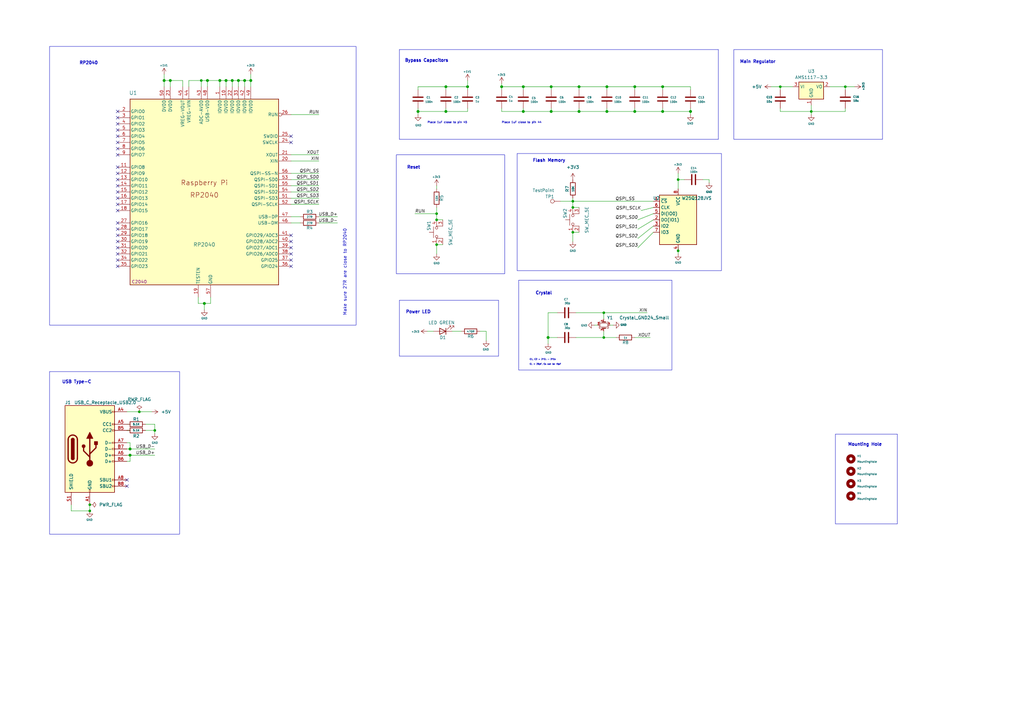
<source format=kicad_sch>
(kicad_sch (version 20230121) (generator eeschema)
  (paper "A3")
  (title_block (title "2023_filament_dryer") (date "2023-11-19") (rev "0.1") (company "Salami Brother") (comment 1 "Released under MIT Open-source License") (comment 2 "Based on work from Vishnu Mohanan, CIRCUITSTATE Electronics LLP"))
  (lib_symbols
    (symbol "00_project_library:AMS1117-3.3"
      (property "Reference" "U" (at -3.81 3.175 0))
      (property "Value" "AMS1117-3.3" (at 0 3.175 0))
      (symbol "AMS1117-3.3_0_1"
        (rectangle (start -5.08 1.905) (end 5.08 -5.08) (stroke (width 0.254)) (fill (type background)))
      )
      (symbol "AMS1117-3.3_1_1"
        (pin power_in line (at 0 -7.62 90) (length 2.54) (name "GND") (number "1"))
        (pin power_out line (at 7.62 0 180) (length 2.54) (name "VO") (number "2"))
        (pin power_in line (at -7.62 0 0) (length 2.54) (name "VI") (number "3"))
      )
    )
    (symbol "00_project_library:C" (pin_numbers hide) (pin_names (offset 0.254))
      (property "Reference" "C" (at 0.635 2.54 0))
      (property "Value" "C" (at 0.635 -2.54 0))
      (symbol "C_0_1"
        (polyline (pts (xy -2.032 -0.762) (xy 2.032 -0.762)) (stroke (width 0.508)))
        (polyline (pts (xy -2.032 0.762) (xy 2.032 0.762)) (stroke (width 0.508)))
      )
      (symbol "C_1_1"
        (pin passive line (at 0 3.81 270) (length 2.794) (name "~") (number "1"))
        (pin passive line (at 0 -3.81 90) (length 2.794) (name "~") (number "2"))
      )
    )
    (symbol "00_project_library:Crystal_GND24_Small" (pin_names (offset 1.016) hide)
      (property "Reference" "Y" (at 1.27 4.445 0))
      (property "Value" "Crystal_GND24_Small" (at 1.27 2.54 0))
      (symbol "Crystal_GND24_Small_0_1"
        (rectangle (start -0.762 -1.524) (end 0.762 1.524))
        (polyline (pts (xy -1.27 -0.762) (xy -1.27 0.762)) (stroke (width 0.381)))
        (polyline (pts (xy 1.27 -0.762) (xy 1.27 0.762)) (stroke (width 0.381)))
        (polyline (pts (xy -1.27 -1.27) (xy -1.27 -1.905) (xy 1.27 -1.905) (xy 1.27 -1.27)))
        (polyline (pts (xy -1.27 1.27) (xy -1.27 1.905) (xy 1.27 1.905) (xy 1.27 1.27)))
      )
      (symbol "Crystal_GND24_Small_1_1"
        (pin passive line (at -2.54 0 0) (length 1.27) (name "1") (number "1"))
        (pin passive line (at 0 -2.54 90) (length 0.635) (name "2") (number "2"))
        (pin passive line (at 2.54 0 180) (length 1.27) (name "3") (number "3"))
        (pin passive line (at 0 2.54 270) (length 0.635) (name "4") (number "4"))
      )
    )
    (symbol "00_project_library:LED GREEN" (pin_numbers hide) (pin_names (offset 1.016) hide)
      (property "Reference" "D" (at 0 2.54 0))
      (property "Value" "LED GREEN" (at 0 -2.54 0))
      (symbol "LED GREEN_0_1"
        (polyline (pts (xy -1.27 -1.27) (xy -1.27 1.27)) (stroke (width 0.254)))
        (polyline (pts (xy -1.27 0) (xy 1.27 0)))
        (polyline (pts (xy 1.27 -1.27) (xy 1.27 1.27) (xy -1.27 0) (xy 1.27 -1.27)) (stroke (width 0.254)))
        (polyline (pts (xy -3.048 -0.762) (xy -4.572 -2.286) (xy -3.81 -2.286) (xy -4.572 -2.286) (xy -4.572 -1.524)))
        (polyline (pts (xy -1.778 -0.762) (xy -3.302 -2.286) (xy -2.54 -2.286) (xy -3.302 -2.286) (xy -3.302 -1.524)))
      )
      (symbol "LED GREEN_1_1"
        (pin passive line (at -3.81 0 0) (length 2.54) (name "K") (number "1"))
        (pin passive line (at 3.81 0 180) (length 2.54) (name "A") (number "2"))
      )
    )
    (symbol "00_project_library:MountingHole" (pin_names (offset 1.016))
      (property "Reference" "H" (at 0 5.08 0))
      (property "Value" "MountingHole" (at 0 3.175 0))
      (symbol "MountingHole_0_1"
        (circle (center 0 0) (radius 1.27) (stroke (width 1.27)))
      )
    )
    (symbol "00_project_library:RP2040" (pin_names (offset 0.254))
      (property "Reference" "U" (at 1.27 78.74 0))
      (property "Value" "RP2040" (at 30.48 16.51 0))
      (property "JLC" "C2040" (at 3.81 1.27 0))
      (symbol "RP2040_0_0"
        (text "Raspberry Pi" (at 30.48 41.91 0) (effects (font (size 2 2))))
        (text "RP2040" (at 30.48 36.83 0) (effects (font (size 2 2))))
      )
      (symbol "RP2040_1_0"
        (rectangle (start 0 0) (end 60.96 76.2) (stroke (width 0.254)) (fill (type background)))
      )
      (symbol "RP2040_1_1"
        (pin power_in line (at 36.83 81.28 270) (length 5.08) (name "IOVDD") (number "1"))
        (pin power_in line (at 39.37 81.28 270) (length 5.08) (name "IOVDD") (number "10"))
        (pin bidirectional line (at -5.08 48.26 0) (length 5.08) (name "GPIO8") (number "11"))
        (pin bidirectional line (at -5.08 45.72 0) (length 5.08) (name "GPIO9") (number "12"))
        (pin bidirectional line (at -5.08 43.18 0) (length 5.08) (name "GPIO10") (number "13"))
        (pin bidirectional line (at -5.08 40.64 0) (length 5.08) (name "GPIO11") (number "14"))
        (pin bidirectional line (at -5.08 38.1 0) (length 5.08) (name "GPIO12") (number "15"))
        (pin bidirectional line (at -5.08 35.56 0) (length 5.08) (name "GPIO13") (number "16"))
        (pin bidirectional line (at -5.08 33.02 0) (length 5.08) (name "GPIO14") (number "17"))
        (pin bidirectional line (at -5.08 30.48 0) (length 5.08) (name "GPIO15") (number "18"))
        (pin input line (at 27.94 -5.08 90) (length 5.08) (name "TESTEN") (number "19"))
        (pin bidirectional line (at -5.08 71.12 0) (length 5.08) (name "GPIO0") (number "2"))
        (pin bidirectional line (at 66.04 50.8 180) (length 5.08) (name "XIN") (number "20"))
        (pin output line (at 66.04 53.34 180) (length 5.08) (name "XOUT") (number "21"))
        (pin power_in line (at 41.91 81.28 270) (length 5.08) (name "IOVDD") (number "22"))
        (pin power_in line (at 16.51 81.28 270) (length 5.08) (name "DVDD") (number "23"))
        (pin unspecified line (at 66.04 58.42 180) (length 5.08) (name "SWCLK") (number "24"))
        (pin unspecified line (at 66.04 60.96 180) (length 5.08) (name "SWDIO") (number "25"))
        (pin input inverted (at 66.04 69.85 180) (length 5.08) (name "RUN") (number "26"))
        (pin bidirectional line (at -5.08 25.4 0) (length 5.08) (name "GPIO16") (number "27"))
        (pin bidirectional line (at -5.08 22.86 0) (length 5.08) (name "GPIO17") (number "28"))
        (pin bidirectional line (at -5.08 20.32 0) (length 5.08) (name "GPIO18") (number "29"))
        (pin bidirectional line (at -5.08 68.58 0) (length 5.08) (name "GPIO1") (number "3"))
        (pin bidirectional line (at -5.08 17.78 0) (length 5.08) (name "GPIO19") (number "30"))
        (pin bidirectional line (at -5.08 15.24 0) (length 5.08) (name "GPIO20") (number "31"))
        (pin bidirectional line (at -5.08 12.7 0) (length 5.08) (name "GPIO21") (number "32"))
        (pin power_in line (at 44.45 81.28 270) (length 5.08) (name "IOVDD") (number "33"))
        (pin bidirectional line (at -5.08 10.16 0) (length 5.08) (name "GPIO22") (number "34"))
        (pin bidirectional line (at -5.08 7.62 0) (length 5.08) (name "GPIO23") (number "35"))
        (pin bidirectional line (at 66.04 7.62 180) (length 5.08) (name "GPIO24") (number "36"))
        (pin bidirectional line (at 66.04 10.16 180) (length 5.08) (name "GPIO25") (number "37"))
        (pin bidirectional line (at 66.04 12.7 180) (length 5.08) (name "GPIO26/ADC0") (number "38"))
        (pin bidirectional line (at 66.04 15.24 180) (length 5.08) (name "GPIO27/ADC1") (number "39"))
        (pin bidirectional line (at -5.08 66.04 0) (length 5.08) (name "GPIO2") (number "4"))
        (pin bidirectional line (at 66.04 17.78 180) (length 5.08) (name "GPIO28/ADC2") (number "40"))
        (pin bidirectional line (at 66.04 20.32 180) (length 5.08) (name "GPIO29/ADC3") (number "41"))
        (pin power_in line (at 46.99 81.28 270) (length 5.08) (name "IOVDD") (number "42"))
        (pin power_in line (at 29.21 81.28 270) (length 5.08) (name "ADC-AVDD") (number "43"))
        (pin power_in line (at 24.13 81.28 270) (length 5.08) (name "VREG-VIN") (number "44"))
        (pin power_out line (at 21.59 81.28 270) (length 5.08) (name "VREG-VOUT") (number "45"))
        (pin bidirectional line (at 66.04 25.4 180) (length 5.08) (name "USB-DM") (number "46"))
        (pin bidirectional line (at 66.04 27.94 180) (length 5.08) (name "USB-DP") (number "47"))
        (pin power_in line (at 31.75 81.28 270) (length 5.08) (name "USB-VDD") (number "48"))
        (pin power_in line (at 49.53 81.28 270) (length 5.08) (name "IOVDD") (number "49"))
        (pin bidirectional line (at -5.08 63.5 0) (length 5.08) (name "GPIO3") (number "5"))
        (pin power_in line (at 13.97 81.28 270) (length 5.08) (name "DVDD") (number "50"))
        (pin bidirectional line (at 66.04 35.56 180) (length 5.08) (name "QSPI-SD3") (number "51"))
        (pin bidirectional line (at 66.04 33.02 180) (length 5.08) (name "QSPI-SCLK") (number "52"))
        (pin bidirectional line (at 66.04 43.18 180) (length 5.08) (name "QSPI-SD0") (number "53"))
        (pin bidirectional line (at 66.04 38.1 180) (length 5.08) (name "QSPI-SD2") (number "54"))
        (pin bidirectional line (at 66.04 40.64 180) (length 5.08) (name "QSPI-SD1") (number "55"))
        (pin bidirectional line (at 66.04 45.72 180) (length 5.08) (name "QSPI-SS-N") (number "56"))
        (pin power_in line (at 33.02 -5.08 90) (length 5.08) (name "GND") (number "57"))
        (pin bidirectional line (at -5.08 60.96 0) (length 5.08) (name "GPIO4") (number "6"))
        (pin bidirectional line (at -5.08 58.42 0) (length 5.08) (name "GPIO5") (number "7"))
        (pin bidirectional line (at -5.08 55.88 0) (length 5.08) (name "GPIO6") (number "8"))
        (pin bidirectional line (at -5.08 53.34 0) (length 5.08) (name "GPIO7") (number "9"))
      )
    )
    (symbol "00_project_library:SW_MEC_5E" (pin_names (offset 1.016) hide)
      (property "Reference" "SW" (at 0.635 5.715 0))
      (property "Value" "SW_MEC_5E" (at 0 -3.175 0))
      (symbol "SW_MEC_5E_0_1"
        (circle (center -1.778 2.54) (radius 0.508))
        (polyline (pts (xy -2.286 3.81) (xy 2.286 3.81)))
        (polyline (pts (xy 0 3.81) (xy 0 5.588)))
        (polyline (pts (xy -2.54 0) (xy -2.54 2.54) (xy -2.286 2.54)))
        (polyline (pts (xy 2.54 0) (xy 2.54 2.54) (xy 2.286 2.54)))
        (circle (center 1.778 2.54) (radius 0.508))
        (pin passive line (at -5.08 2.54 0) (length 2.54) (name "1") (number "1"))
        (pin passive line (at -5.08 0 0) (length 2.54) (name "2") (number "2"))
        (pin passive line (at 5.08 0 180) (length 2.54) (name "K") (number "3"))
        (pin passive line (at 5.08 2.54 180) (length 2.54) (name "A") (number "4"))
      )
    )
    (symbol "00_project_library:USB_C_Receptacle_USB2.0" (pin_names (offset 1.016))
      (property "Reference" "J" (at -10.16 19.05 0))
      (property "Value" "USB_C_Receptacle_USB2.0" (at 19.05 19.05 0))
      (symbol "USB_C_Receptacle_USB2.0_0_0"
        (rectangle (start -0.254 -17.78) (end 0.254 -16.764))
        (rectangle (start 10.16 -14.986) (end 9.144 -15.494))
        (rectangle (start 10.16 -12.446) (end 9.144 -12.954))
        (rectangle (start 10.16 -4.826) (end 9.144 -5.334))
        (rectangle (start 10.16 -2.286) (end 9.144 -2.794))
        (rectangle (start 10.16 0.254) (end 9.144 -0.254))
        (rectangle (start 10.16 2.794) (end 9.144 2.286))
        (rectangle (start 10.16 7.874) (end 9.144 7.366))
        (rectangle (start 10.16 10.414) (end 9.144 9.906))
        (rectangle (start 10.16 15.494) (end 9.144 14.986))
      )
      (symbol "USB_C_Receptacle_USB2.0_0_1"
        (rectangle (start -10.16 17.78) (end 10.16 -17.78) (stroke (width 0.254)) (fill (type background)))
        (arc (start -8.89 -3.81) (mid -6.985 -5.7067) (end -5.08 -3.81) (stroke (width 0.508)))
        (arc (start -7.62 -3.81) (mid -6.985 -4.4423) (end -6.35 -3.81) (stroke (width 0.254)))
        (arc (start -7.62 -3.81) (mid -6.985 -4.4423) (end -6.35 -3.81) (stroke (width 0.254)) (fill (type outline)))
        (rectangle (start -7.62 3.81) (end -6.35 -3.81) (stroke (width 0.254)) (fill (type outline)))
        (arc (start -6.35 3.81) (mid -6.985 4.4423) (end -7.62 3.81) (stroke (width 0.254)))
        (arc (start -6.35 3.81) (mid -6.985 4.4423) (end -7.62 3.81) (stroke (width 0.254)) (fill (type outline)))
        (arc (start -5.08 3.81) (mid -6.985 5.7067) (end -8.89 3.81) (stroke (width 0.508)))
        (circle (center -2.54 1.143) (radius 0.635) (stroke (width 0.254)) (fill (type outline)))
        (circle (center 0 -5.842) (radius 1.27) (fill (type outline)))
        (polyline (pts (xy -8.89 -3.81) (xy -8.89 3.81)) (stroke (width 0.508)))
        (polyline (pts (xy -5.08 3.81) (xy -5.08 -3.81)) (stroke (width 0.508)))
        (polyline (pts (xy 0 -5.842) (xy 0 4.318)) (stroke (width 0.508)))
        (polyline (pts (xy 0 -3.302) (xy -2.54 -0.762) (xy -2.54 0.508)) (stroke (width 0.508)))
        (polyline (pts (xy 0 -2.032) (xy 2.54 0.508) (xy 2.54 1.778)) (stroke (width 0.508)))
        (polyline (pts (xy -1.27 4.318) (xy 0 6.858) (xy 1.27 4.318) (xy -1.27 4.318)) (stroke (width 0.254)) (fill (type outline)))
        (rectangle (start 1.905 1.778) (end 3.175 3.048) (stroke (width 0.254)) (fill (type outline)))
      )
      (symbol "USB_C_Receptacle_USB2.0_1_1"
        (pin passive line (at 0 -22.86 90) (length 5.08) (name "GND") (number "A1"))
        (pin passive line (at 0 -22.86 90) (length 5.08) hide (name "GND") (number "A12"))
        (pin passive line (at 15.24 15.24 180) (length 5.08) (name "VBUS") (number "A4"))
        (pin bidirectional line (at 15.24 10.16 180) (length 5.08) (name "CC1") (number "A5"))
        (pin bidirectional line (at 15.24 -2.54 180) (length 5.08) (name "D+") (number "A6"))
        (pin bidirectional line (at 15.24 2.54 180) (length 5.08) (name "D-") (number "A7"))
        (pin bidirectional line (at 15.24 -12.7 180) (length 5.08) (name "SBU1") (number "A8"))
        (pin passive line (at 15.24 15.24 180) (length 5.08) hide (name "VBUS") (number "A9"))
        (pin passive line (at 0 -22.86 90) (length 5.08) hide (name "GND") (number "B1"))
        (pin passive line (at 0 -22.86 90) (length 5.08) hide (name "GND") (number "B12"))
        (pin passive line (at 15.24 15.24 180) (length 5.08) hide (name "VBUS") (number "B4"))
        (pin bidirectional line (at 15.24 7.62 180) (length 5.08) (name "CC2") (number "B5"))
        (pin bidirectional line (at 15.24 -5.08 180) (length 5.08) (name "D+") (number "B6"))
        (pin bidirectional line (at 15.24 0 180) (length 5.08) (name "D-") (number "B7"))
        (pin bidirectional line (at 15.24 -15.24 180) (length 5.08) (name "SBU2") (number "B8"))
        (pin passive line (at 15.24 15.24 180) (length 5.08) hide (name "VBUS") (number "B9"))
        (pin passive line (at -7.62 -22.86 90) (length 5.08) (name "SHIELD") (number "S1"))
      )
    )
    (symbol "00_project_library:W25Q128JVS"
      (property "Reference" "U" (at -8.89 8.89 0))
      (property "Value" "W25Q128JVS" (at 7.62 8.89 0))
      (symbol "W25Q128JVS_0_1"
        (rectangle (start -7.62 10.16) (end 7.62 -10.16) (stroke (width 0.254)) (fill (type background)))
      )
      (symbol "W25Q128JVS_1_1"
        (pin input line (at -10.16 7.62 0) (length 2.54) (name "~{CS}") (number "1"))
        (pin bidirectional line (at -10.16 0 0) (length 2.54) (name "DO(IO1)") (number "2"))
        (pin bidirectional line (at -10.16 -2.54 0) (length 2.54) (name "IO2") (number "3"))
        (pin power_in line (at 0 -12.7 90) (length 2.54) (name "GND") (number "4"))
        (pin bidirectional line (at -10.16 2.54 0) (length 2.54) (name "DI(IO0)") (number "5"))
        (pin input line (at -10.16 5.08 0) (length 2.54) (name "CLK") (number "6"))
        (pin bidirectional line (at -10.16 -5.08 0) (length 2.54) (name "IO3") (number "7"))
        (pin power_in line (at 0 12.7 270) (length 2.54) (name "VCC") (number "8"))
      )
    )
    (symbol "Connector:TestPoint" (pin_numbers hide) (pin_names (offset 0.762) hide)
      (property "Reference" "TP" (at 0 6.858 0))
      (property "Value" "TestPoint" (at 0 5.08 0))
      (symbol "TestPoint_0_1"
        (circle (center 0 3.302) (radius 0.762))
      )
      (symbol "TestPoint_1_1"
        (pin passive line (at 0 0 90) (length 2.54) (name "1") (number "1"))
      )
    )
    (symbol "Device:R" (pin_numbers hide) (pin_names (offset 0))
      (property "Reference" "R" (at 2.032 0 90))
      (property "Value" "R" (at 0 0 90))
      (symbol "R_0_1"
        (rectangle (start -1.016 -2.54) (end 1.016 2.54) (stroke (width 0.254)))
      )
      (symbol "R_1_1"
        (pin passive line (at 0 3.81 270) (length 1.27) (name "~") (number "1"))
        (pin passive line (at 0 -3.81 90) (length 1.27) (name "~") (number "2"))
      )
    )
    (symbol "SW_MEC_5E_1" (pin_names (offset 1.016) hide)
      (property "Reference" "SW" (at 0.635 5.715 0))
      (property "Value" "SW_MEC_5E" (at 0 -3.175 0))
      (symbol "SW_MEC_5E_1_0_1"
        (circle (center -1.778 2.54) (radius 0.508))
        (polyline (pts (xy -2.286 3.81) (xy 2.286 3.81)))
        (polyline (pts (xy 0 3.81) (xy 0 5.588)))
        (polyline (pts (xy -2.54 0) (xy -2.54 2.54) (xy -2.286 2.54)))
        (polyline (pts (xy 2.54 0) (xy 2.54 2.54) (xy 2.286 2.54)))
        (circle (center 1.778 2.54) (radius 0.508))
        (pin passive line (at -5.08 2.54 0) (length 2.54) (name "1") (number "1"))
        (pin passive line (at -5.08 0 0) (length 2.54) (name "2") (number "2"))
        (pin passive line (at 5.08 0 180) (length 2.54) (name "K") (number "3"))
        (pin passive line (at 5.08 2.54 180) (length 2.54) (name "A") (number "4"))
      )
    )
    (symbol "power:+1V1" (power) (pin_names (offset 0))
      (property "Value" "+1V1" (at 0 3.556 0))
      (symbol "+1V1_0_1"
        (polyline (pts (xy -0.762 1.27) (xy 0 2.54)))
        (polyline (pts (xy 0 0) (xy 0 2.54)))
        (polyline (pts (xy 0 2.54) (xy 0.762 1.27)))
      )
      (symbol "+1V1_1_1"
        (pin power_in line (at 0 0 90) (length 0) hide (name "+1V1") (number "1"))
      )
    )
    (symbol "power:+3V3" (power) (pin_names (offset 0))
      (property "Value" "+3V3" (at 0 3.556 0))
      (symbol "+3V3_0_1"
        (polyline (pts (xy -0.762 1.27) (xy 0 2.54)))
        (polyline (pts (xy 0 0) (xy 0 2.54)))
        (polyline (pts (xy 0 2.54) (xy 0.762 1.27)))
      )
      (symbol "+3V3_1_1"
        (pin power_in line (at 0 0 90) (length 0) hide (name "+3V3") (number "1"))
      )
    )
    (symbol "power:+5V" (power) (pin_names (offset 0))
      (property "Value" "+5V" (at 0 3.556 0))
      (symbol "+5V_0_1"
        (polyline (pts (xy -0.762 1.27) (xy 0 2.54)))
        (polyline (pts (xy 0 0) (xy 0 2.54)))
        (polyline (pts (xy 0 2.54) (xy 0.762 1.27)))
      )
      (symbol "+5V_1_1"
        (pin power_in line (at 0 0 90) (length 0) hide (name "+5V") (number "1"))
      )
    )
    (symbol "power:GND" (power) (pin_names (offset 0))
      (property "Value" "GND" (at 0 -3.81 0))
      (symbol "GND_0_1"
        (polyline (pts (xy 0 0) (xy 0 -1.27) (xy 1.27 -1.27) (xy 0 -2.54) (xy -1.27 -1.27) (xy 0 -1.27)))
      )
      (symbol "GND_1_1"
        (pin power_in line (at 0 0 270) (length 0) hide (name "GND") (number "1"))
      )
    )
    (symbol "power:PWR_FLAG" (power) (pin_numbers hide) (pin_names (offset 0) hide)
      (property "Value" "PWR_FLAG" (at 0 3.81 0))
      (symbol "PWR_FLAG_0_0"
        (pin power_out line (at 0 0 90) (length 0) (name "pwr") (number "1"))
      )
      (symbol "PWR_FLAG_0_1"
        (polyline (pts (xy 0 0) (xy 0 1.27) (xy -1.016 1.905) (xy 0 2.54) (xy 1.016 1.905) (xy 0 1.27)))
      )
    )
  )
  (junction (at 237.49 35.56) (diameter 1.016))
  (junction (at 69.85 33.02) (diameter 1.016))
  (junction (at 224.79 138.43) (diameter 1.016))
  (junction (at 237.49 45.72) (diameter 1.016))
  (junction (at 226.06 45.72) (diameter 1.016))
  (junction (at 271.78 45.72) (diameter 1.016))
  (junction (at 179.07 90.17))
  (junction (at 260.35 45.72) (diameter 1.016))
  (junction (at 320.04 35.56))
  (junction (at 83.82 124.46) (diameter 1.016))
  (junction (at 234.95 85.09))
  (junction (at 63.5 176.53))
  (junction (at 53.34 186.69) (diameter 1.016))
  (junction (at 82.55 33.02))
  (junction (at 205.74 35.56) (diameter 1.016))
  (junction (at 260.35 35.56) (diameter 1.016))
  (junction (at 102.87 33.02) (diameter 1.016))
  (junction (at 171.45 45.72) (diameter 1.016))
  (junction (at 234.95 82.55))
  (junction (at 278.13 102.87))
  (junction (at 214.63 45.72) (diameter 1.016))
  (junction (at 346.71 35.56))
  (junction (at 248.92 35.56) (diameter 1.016))
  (junction (at 36.83 209.55))
  (junction (at 92.71 33.02) (diameter 1.016))
  (junction (at 179.07 100.33))
  (junction (at 53.34 184.15) (diameter 1.016))
  (junction (at 191.77 35.56) (diameter 1.016))
  (junction (at 182.88 35.56) (diameter 1.016))
  (junction (at 97.79 33.02) (diameter 1.016))
  (junction (at 214.63 35.56) (diameter 1.016))
  (junction (at 57.15 168.91))
  (junction (at 100.33 33.02) (diameter 1.016))
  (junction (at 67.31 33.02) (diameter 1.016))
  (junction (at 95.25 33.02) (diameter 1.016))
  (junction (at 332.74 45.72))
  (junction (at 248.92 45.72) (diameter 1.016))
  (junction (at 85.09 33.02) (diameter 1.016))
  (junction (at 271.78 35.56) (diameter 1.016))
  (junction (at 247.65 138.43))
  (junction (at 278.13 73.66))
  (junction (at 179.07 87.63))
  (junction (at 90.17 33.02) (diameter 1.016))
  (junction (at 234.95 95.25))
  (junction (at 226.06 35.56) (diameter 1.016))
  (junction (at 283.21 45.72) (diameter 1.016))
  (junction (at 182.88 45.72) (diameter 1.016))
  (junction (at 36.83 207.01))
  (junction (at 247.65 128.27))
  (no_connect (at 48.26 76.2))
  (no_connect (at 119.38 101.6))
  (no_connect (at 48.26 91.44))
  (no_connect (at 48.26 86.36))
  (no_connect (at 48.26 99.06))
  (no_connect (at 52.07 196.85))
  (no_connect (at 52.07 199.39))
  (no_connect (at 48.26 68.58))
  (no_connect (at 48.26 71.12))
  (no_connect (at 48.26 50.8))
  (no_connect (at 48.26 60.96))
  (no_connect (at 48.26 83.82))
  (no_connect (at 119.38 58.42))
  (no_connect (at 48.26 96.52))
  (no_connect (at 48.26 73.66))
  (no_connect (at 48.26 104.14))
  (no_connect (at 48.26 55.88))
  (no_connect (at 119.38 109.22))
  (no_connect (at 48.26 78.74))
  (no_connect (at 48.26 58.42))
  (no_connect (at 48.26 45.72))
  (no_connect (at 48.26 101.6))
  (no_connect (at 48.26 109.22))
  (no_connect (at 48.26 106.68))
  (no_connect (at 119.38 96.52))
  (no_connect (at 48.26 63.5))
  (no_connect (at 48.26 48.26))
  (no_connect (at 48.26 93.98))
  (no_connect (at 48.26 81.28))
  (no_connect (at 119.38 99.06))
  (no_connect (at 119.38 106.68))
  (no_connect (at 48.26 53.34))
  (no_connect (at 119.38 104.14))
  (no_connect (at 119.38 55.88))
  (wire (pts (xy 119.38 66.04) (xy 130.81 66.04)))
  (wire (pts (xy 248.92 36.83) (xy 248.92 35.56)))
  (wire (pts (xy 179.07 100.33) (xy 179.07 104.14)))
  (wire (pts (xy 191.77 44.45) (xy 191.77 45.72)))
  (wire (pts (xy 191.77 45.72) (xy 182.88 45.72)))
  (wire (pts (xy 119.38 78.74) (xy 130.81 78.74)))
  (wire (pts (xy 236.22 138.43) (xy 247.65 138.43)))
  (wire (pts (xy 237.49 35.56) (xy 248.92 35.56)))
  (wire (pts (xy 271.78 45.72) (xy 283.21 45.72)))
  (wire (pts (xy 234.95 82.55) (xy 234.95 85.09)))
  (wire (pts (xy 278.13 102.87) (xy 278.13 104.14)))
  (wire (pts (xy 175.26 135.89) (xy 177.8 135.89)))
  (wire (pts (xy 278.13 71.12) (xy 278.13 73.66)))
  (wire (pts (xy 182.88 36.83) (xy 182.88 35.56)))
  (wire (pts (xy 67.31 30.48) (xy 67.31 33.02)))
  (wire (pts (xy 67.31 33.02) (xy 67.31 35.56)))
  (wire (pts (xy 228.6 138.43) (xy 224.79 138.43)))
  (wire (pts (xy 320.04 45.72) (xy 332.74 45.72)))
  (wire (pts (xy 248.92 35.56) (xy 260.35 35.56)))
  (wire (pts (xy 170.18 87.63) (xy 179.07 87.63)))
  (wire (pts (xy 214.63 35.56) (xy 226.06 35.56)))
  (wire (pts (xy 224.79 138.43) (xy 224.79 140.97)))
  (wire (pts (xy 267.97 95.25) (xy 261.62 101.6)))
  (wire (pts (xy 83.82 124.46) (xy 86.36 124.46)))
  (wire (pts (xy 86.36 124.46) (xy 86.36 121.92)))
  (wire (pts (xy 179.07 87.63) (xy 179.07 90.17)))
  (wire (pts (xy 267.97 85.09) (xy 262.89 86.36)))
  (wire (pts (xy 185.42 135.89) (xy 189.23 135.89)))
  (wire (pts (xy 267.97 90.17) (xy 261.62 93.98)))
  (wire (pts (xy 332.74 43.18) (xy 332.74 45.72)))
  (wire (pts (xy 199.39 135.89) (xy 199.39 139.7)))
  (wire (pts (xy 196.85 135.89) (xy 199.39 135.89)))
  (wire (pts (xy 85.09 33.02) (xy 90.17 33.02)))
  (wire (pts (xy 52.07 168.91) (xy 57.15 168.91)))
  (wire (pts (xy 271.78 45.72) (xy 260.35 45.72)))
  (wire (pts (xy 102.87 30.48) (xy 102.87 33.02)))
  (polyline (pts (xy 294.64 20.32) (xy 294.64 57.15)))
  (wire (pts (xy 237.49 45.72) (xy 226.06 45.72)))
  (wire (pts (xy 52.07 176.53) (xy 53.34 176.53)))
  (wire (pts (xy 179.07 85.09) (xy 179.07 87.63)))
  (polyline (pts (xy 163.83 123.19) (xy 163.83 146.05)))
  (wire (pts (xy 247.65 128.27) (xy 265.43 128.27)))
  (wire (pts (xy 205.74 44.45) (xy 205.74 45.72)))
  (wire (pts (xy 205.74 45.72) (xy 214.63 45.72)))
  (wire (pts (xy 271.78 44.45) (xy 271.78 45.72)))
  (wire (pts (xy 260.35 138.43) (xy 266.7 138.43)))
  (wire (pts (xy 278.13 73.66) (xy 280.67 73.66)))
  (wire (pts (xy 260.35 36.83) (xy 260.35 35.56)))
  (wire (pts (xy 182.88 45.72) (xy 182.88 44.45)))
  (wire (pts (xy 119.38 71.12) (xy 130.81 71.12)))
  (wire (pts (xy 36.83 207.01) (xy 36.83 209.55)))
  (wire (pts (xy 29.21 207.01) (xy 29.21 209.55)))
  (wire (pts (xy 29.21 209.55) (xy 36.83 209.55)))
  (wire (pts (xy 316.23 35.56) (xy 320.04 35.56)))
  (wire (pts (xy 346.71 44.45) (xy 346.71 45.72)))
  (wire (pts (xy 130.81 88.9) (xy 138.43 88.9)))
  (wire (pts (xy 320.04 44.45) (xy 320.04 45.72)))
  (wire (pts (xy 267.97 92.71) (xy 261.62 97.79)))
  (wire (pts (xy 325.12 35.56) (xy 320.04 35.56)))
  (wire (pts (xy 171.45 45.72) (xy 182.88 45.72)))
  (wire (pts (xy 332.74 45.72) (xy 346.71 45.72)))
  (wire (pts (xy 247.65 138.43) (xy 252.73 138.43)))
  (wire (pts (xy 346.71 36.83) (xy 346.71 35.56)))
  (wire (pts (xy 260.35 45.72) (xy 248.92 45.72)))
  (wire (pts (xy 191.77 35.56) (xy 191.77 36.83)))
  (wire (pts (xy 260.35 35.56) (xy 271.78 35.56)))
  (wire (pts (xy 226.06 35.56) (xy 237.49 35.56)))
  (wire (pts (xy 247.65 135.89) (xy 247.65 138.43)))
  (wire (pts (xy 119.38 76.2) (xy 130.81 76.2)))
  (wire (pts (xy 271.78 36.83) (xy 271.78 35.56)))
  (wire (pts (xy 63.5 173.99) (xy 63.5 176.53)))
  (wire (pts (xy 191.77 33.02) (xy 191.77 35.56)))
  (wire (pts (xy 119.38 81.28) (xy 130.81 81.28)))
  (wire (pts (xy 214.63 36.83) (xy 214.63 35.56)))
  (wire (pts (xy 346.71 35.56) (xy 340.36 35.56)))
  (wire (pts (xy 237.49 44.45) (xy 237.49 45.72)))
  (wire (pts (xy 205.74 35.56) (xy 205.74 36.83)))
  (wire (pts (xy 119.38 91.44) (xy 123.19 91.44)))
  (wire (pts (xy 130.81 91.44) (xy 138.43 91.44)))
  (polyline (pts (xy 163.83 20.32) (xy 163.83 57.15)))
  (wire (pts (xy 237.49 36.83) (xy 237.49 35.56)))
  (polyline (pts (xy 163.83 123.19) (xy 204.47 123.19)))
  (wire (pts (xy 77.47 33.02) (xy 82.55 33.02)))
  (wire (pts (xy 250.19 133.35) (xy 251.46 133.35)))
  (wire (pts (xy 182.88 35.56) (xy 191.77 35.56)))
  (wire (pts (xy 226.06 36.83) (xy 226.06 35.56)))
  (wire (pts (xy 332.74 45.72) (xy 332.74 46.99)))
  (wire (pts (xy 77.47 35.56) (xy 77.47 33.02)))
  (wire (pts (xy 171.45 45.72) (xy 171.45 46.99)))
  (wire (pts (xy 350.52 35.56) (xy 346.71 35.56)))
  (wire (pts (xy 234.95 95.25) (xy 237.49 95.25)))
  (wire (pts (xy 171.45 35.56) (xy 182.88 35.56)))
  (wire (pts (xy 57.15 168.91) (xy 62.23 168.91)))
  (wire (pts (xy 179.07 100.33) (xy 181.61 100.33)))
  (wire (pts (xy 119.38 88.9) (xy 123.19 88.9)))
  (wire (pts (xy 81.28 124.46) (xy 81.28 121.92)))
  (wire (pts (xy 83.82 124.46) (xy 81.28 124.46)))
  (wire (pts (xy 83.82 127) (xy 83.82 124.46)))
  (wire (pts (xy 271.78 35.56) (xy 283.21 35.56)))
  (polyline (pts (xy 204.47 146.05) (xy 163.83 146.05)))
  (wire (pts (xy 226.06 44.45) (xy 226.06 45.72)))
  (wire (pts (xy 119.38 46.99) (xy 130.81 46.99)))
  (wire (pts (xy 226.06 45.72) (xy 214.63 45.72)))
  (wire (pts (xy 283.21 45.72) (xy 283.21 46.99)))
  (wire (pts (xy 52.07 181.61) (xy 53.34 181.61)))
  (wire (pts (xy 53.34 181.61) (xy 53.34 184.15)))
  (wire (pts (xy 320.04 35.56) (xy 320.04 36.83)))
  (wire (pts (xy 243.84 133.35) (xy 245.11 133.35)))
  (wire (pts (xy 248.92 44.45) (xy 248.92 45.72)))
  (wire (pts (xy 278.13 73.66) (xy 278.13 77.47)))
  (wire (pts (xy 100.33 33.02) (xy 100.33 35.56)))
  (wire (pts (xy 119.38 83.82) (xy 130.81 83.82)))
  (wire (pts (xy 100.33 33.02) (xy 102.87 33.02)))
  (wire (pts (xy 102.87 35.56) (xy 102.87 33.02)))
  (wire (pts (xy 234.95 81.28) (xy 234.95 82.55)))
  (wire (pts (xy 247.65 128.27) (xy 247.65 130.81)))
  (wire (pts (xy 52.07 186.69) (xy 53.34 186.69)))
  (wire (pts (xy 53.34 186.69) (xy 63.5 186.69)))
  (wire (pts (xy 52.07 173.99) (xy 53.34 173.99)))
  (polyline (pts (xy 294.64 57.15) (xy 163.83 57.15)))
  (wire (pts (xy 288.29 73.66) (xy 290.83 73.66)))
  (wire (pts (xy 290.83 73.66) (xy 290.83 74.93)))
  (wire (pts (xy 267.97 87.63) (xy 261.62 90.17)))
  (wire (pts (xy 171.45 44.45) (xy 171.45 45.72)))
  (wire (pts (xy 59.69 176.53) (xy 63.5 176.53)))
  (wire (pts (xy 82.55 35.56) (xy 82.55 33.02)))
  (wire (pts (xy 214.63 44.45) (xy 214.63 45.72)))
  (wire (pts (xy 283.21 44.45) (xy 283.21 45.72)))
  (wire (pts (xy 234.95 99.06) (xy 234.95 95.25)))
  (wire (pts (xy 85.09 35.56) (xy 85.09 33.02)))
  (wire (pts (xy 205.74 34.29) (xy 205.74 35.56)))
  (polyline (pts (xy 204.47 123.19) (xy 204.47 146.05)))
  (wire (pts (xy 205.74 35.56) (xy 214.63 35.56)))
  (wire (pts (xy 82.55 33.02) (xy 85.09 33.02)))
  (wire (pts (xy 63.5 176.53) (xy 63.5 177.8)))
  (wire (pts (xy 229.87 82.55) (xy 234.95 82.55)))
  (wire (pts (xy 97.79 35.56) (xy 97.79 33.02)))
  (wire (pts (xy 228.6 128.27) (xy 224.79 128.27)))
  (wire (pts (xy 67.31 33.02) (xy 69.85 33.02)))
  (wire (pts (xy 69.85 35.56) (xy 69.85 33.02)))
  (wire (pts (xy 92.71 33.02) (xy 95.25 33.02)))
  (wire (pts (xy 95.25 33.02) (xy 97.79 33.02)))
  (wire (pts (xy 95.25 35.56) (xy 95.25 33.02)))
  (wire (pts (xy 97.79 33.02) (xy 100.33 33.02)))
  (wire (pts (xy 52.07 189.23) (xy 53.34 189.23)))
  (wire (pts (xy 53.34 189.23) (xy 53.34 186.69)))
  (wire (pts (xy 234.95 85.09) (xy 237.49 85.09)))
  (wire (pts (xy 52.07 184.15) (xy 53.34 184.15)))
  (wire (pts (xy 53.34 184.15) (xy 63.5 184.15)))
  (wire (pts (xy 74.93 33.02) (xy 69.85 33.02)))
  (wire (pts (xy 74.93 35.56) (xy 74.93 33.02)))
  (wire (pts (xy 236.22 128.27) (xy 247.65 128.27)))
  (wire (pts (xy 59.69 173.99) (xy 63.5 173.99)))
  (wire (pts (xy 224.79 128.27) (xy 224.79 138.43)))
  (wire (pts (xy 119.38 73.66) (xy 130.81 73.66)))
  (wire (pts (xy 179.07 90.17) (xy 181.61 90.17)))
  (polyline (pts (xy 163.83 20.32) (xy 294.64 20.32)))
  (wire (pts (xy 90.17 33.02) (xy 92.71 33.02)))
  (wire (pts (xy 92.71 35.56) (xy 92.71 33.02)))
  (wire (pts (xy 248.92 45.72) (xy 237.49 45.72)))
  (wire (pts (xy 179.07 76.2) (xy 179.07 77.47)))
  (wire (pts (xy 171.45 36.83) (xy 171.45 35.56)))
  (wire (pts (xy 260.35 44.45) (xy 260.35 45.72)))
  (wire (pts (xy 283.21 36.83) (xy 283.21 35.56)))
  (wire (pts (xy 278.13 101.6) (xy 278.13 102.87)))
  (wire (pts (xy 119.38 63.5) (xy 130.81 63.5)))
  (wire (pts (xy 234.95 82.55) (xy 267.97 82.55)))
  (wire (pts (xy 90.17 35.56) (xy 90.17 33.02)))
  (rectangle (start 212.09 62.9609) (end 295.91 110.998))
  (rectangle (start 20.32 152.4) (end 73.66 219.075))
  (rectangle (start 162.56 63.5) (end 207.01 112.268))
  (rectangle (start 342.646 178.054) (end 368.046 214.884))
  (rectangle (start 300.99 20.32) (end 361.95 57.15))
  (rectangle (start 20.32 19.05) (end 146.05 133.35))
  (rectangle (start 212.725 114.935) (end 275.59 151.765))
  (text "Mounting Hole" (at 347.726 183.134 0) (effects (font (size 1.27 1.27) (thickness 0.254) bold) (justify left bottom)))
  (text "USB Type-C" (at 25.4 157.48 0) (effects (font (size 1.27 1.27) (thickness 0.254) bold) (justify left bottom)))
  (text "Main Regulator" (at 303.403 26.162 0) (effects (font (size 1.27 1.27) (thickness 0.254) bold) (justify left bottom)))
  (text "RP2040" (at 32.512 26.67 0) (effects (font (size 1.27 1.27) (thickness 0.254) bold) (justify left bottom)))
  (text "Bypass Capacitors" (at 165.989 25.654 0) (effects (font (size 1.27 1.27) (thickness 0.254) bold) (justify left bottom)))
  (text "Place 1uF close to pin 45" (at 175.26 50.8 0) (effects (font (size 0.8 0.8)) (justify left bottom)))
  (text "Crystal" (at 219.583 121.031 0) (effects (font (size 1.27 1.27) (thickness 0.254) bold) (justify left bottom)))
  (text "Power LED" (at 166.37 128.778 0) (effects (font (size 1.27 1.27) (thickness 0.254) bold) (justify left bottom)))
  (text "Make sure 27R are close to RP2040" (at 142.24 129.54 90) (effects (font (size 1.27 1.27)) (justify left bottom)))
  (text "C1, C2 = 2*CL - 2*Cs\n\nCL = 20pF, Cs can be ~5pF" (at 217.17 149.86 0) (effects (font (size 0.6 0.6)) (justify left bottom)))
  (text "Reset" (at 166.878 69.469 0) (effects (font (size 1.27 1.27) (thickness 0.254) bold) (justify left bottom)))
  (text "Place 1uF close to pin 44" (at 205.74 50.8 0) (effects (font (size 0.8 0.8)) (justify left bottom)))
  (text "Flash Memory" (at 218.44 66.675 0) (effects (font (size 1.27 1.27) (thickness 0.254) bold) (justify left bottom)))
  (label "QSPI_SS" (at 260.35 82.55 180) (effects (font italic)))
  (label "QSPI_SD3" (at 130.81 81.28 180) (effects (font italic)))
  (label "QSPI_SD1" (at 130.81 76.2 180) (effects (font italic)))
  (label "RUN" (at 130.81 46.99 180) (effects (font italic)))
  (label "XOUT" (at 130.81 63.5 180) (effects (font italic)))
  (label "USB_D-" (at 63.5 184.15 180) (effects (font italic)))
  (label "USB_D+" (at 138.43 88.9 180) (effects (font italic)))
  (label "QSPI_SCLK" (at 130.81 83.82 180) (effects (font italic)))
  (label "USB_D+" (at 63.5 186.69 180) (effects (font italic)))
  (label "XOUT" (at 266.7 138.43 180) (effects (font italic)))
  (label "QSPI_SD2" (at 261.62 97.79 180) (effects (font italic)))
  (label "QSPI_SD0" (at 130.81 73.66 180) (effects (font italic)))
  (label "QSPI_SD1" (at 261.62 93.98 180) (effects (font italic)))
  (label "RUN" (at 170.18 87.63 0) (effects (font italic)))
  (label "XIN" (at 130.81 66.04 180) (effects (font italic)))
  (label "QSPI_SD3" (at 261.62 101.6 180) (effects (font italic)))
  (label "QSPI_SD2" (at 130.81 78.74 180) (effects (font italic)))
  (label "XIN" (at 265.43 128.27 180) (effects (font italic)))
  (label "QSPI_SCLK" (at 262.89 86.36 180) (effects (font italic)))
  (label "QSPI_SS" (at 130.81 71.12 180) (effects (font italic)))
  (label "USB_D-" (at 138.43 91.44 180) (effects (font italic)))
  (label "QSPI_SD0" (at 261.62 90.17 180) (effects (font italic)))
  (symbol (lib_id "power:GND") (at 283.21 46.99 0) (unit 1)
    (property "Reference" "#PWR021" (effects hide))
    (property "Value" "GND" (at 283.083 50.6222 0) (effects (font (size 0.8 0.8))))
  )
  (symbol (lib_id "power:GND") (at 243.84 133.35 270) (unit 1)
    (property "Reference" "#PWR017" (effects hide))
    (property "Value" "GND" (at 239.5728 133.477 90) (effects (font (size 0.8 0.8))))
  )
  (symbol (lib_id "00_project_library:USB_C_Receptacle_USB2.0") (at 36.83 184.15 0) (unit 1)
    (property "Reference" "J1" (at 26.67 165.1 0) (effects (justify left)))
    (property "Value" "USB_C_Receptacle_USB2.0" (at 55.88 165.1 0) (effects (justify right)))
    (property "Footprint" "00_project_library:USB_C_Receptacle_Palconn_UTC16-G" (effects hide))
    (property "Datasheet" "https://www.usb.org/sites/default/files/documents/usb_type-c.zip" (effects hide))
    (property "JLC" "C165948" (effects hide))
    (property "DigiKey" "https://www.digikey.com/en/products/detail/gct/USB4105-GF-A/11198441" (effects hide))
    (property "Digikey" "https://www.digikey.com/en/products/detail/gct/USB4105-GF-A/11198441" (effects hide))
  )
  (symbol (lib_id "00_project_library:C") (at 232.41 128.27 270) (unit 1)
    (property "Reference" "C7" (at 231.2924 122.809 90) (effects (font (size 0.8 0.8)) (justify left)))
    (property "Value" "30p" (at 231.521 124.333 90) (effects (font (size 0.8 0.8)) (justify left)))
    (property "Footprint" "Capacitor_SMD:C_0402_1005Metric" (effects hide))
    (property "Datasheet" "https://www.digikey.com/en/products/detail/yageo/CC0402JRNPO9BN270/302753" (effects hide))
    (property "JLC" "C1570" (effects hide))
  )
  (symbol (lib_id "00_project_library:C") (at 191.77 40.64 0) (unit 1)
    (property "Reference" "C3" (at 194.945 39.9796 0) (effects (font (size 0.8 0.8)) (justify left)))
    (property "Value" "1u" (at 194.945 41.529 0) (effects (font (size 0.8 0.8)) (justify left)))
    (property "Footprint" "Capacitor_SMD:C_0402_1005Metric_Pad0.74x0.62mm_HandSolder" (effects hide))
  )
  (symbol (lib_id "power:+3V3") (at 350.52 35.56 270) (unit 1)
    (property "Reference" "#PWR025" (effects hide))
    (property "Value" "+3V3" (at 354.1522 35.433 0) (effects (font (size 0.8 0.8))))
  )
  (symbol (lib_id "power:GND") (at 278.13 104.14 0) (unit 1)
    (property "Reference" "#PWR020" (effects hide))
    (property "Value" "GND" (at 278.13 107.696 0) (effects (font (size 0.8 0.8))))
  )
  (symbol (lib_id "power:GND") (at 332.74 46.99 0) (unit 1)
    (property "Reference" "#PWR024" (effects hide))
    (property "Value" "GND" (at 332.74 50.8 0) (effects (font (size 0.8 0.8))))
  )
  (symbol (lib_id "00_project_library:W25Q128JVS") (at 278.13 90.17 0) (unit 1)
    (property "Reference" "U2" (at 269.24 81.28 0))
    (property "Value" "W25Q128JVS" (at 285.75 81.28 0))
    (property "Footprint" "00_project_library:SOIC-8_5.23x5.23mm_P1.27mm" (effects hide))
    (property "Datasheet" "http://www.winbond.com/resource-files/w25q128jv_dtr%20revc%2003272018%20plus.pdf" (effects hide))
    (property "JCL" "C97521" (effects hide))
    (property "JLC" "C97521" (effects hide))
  )
  (symbol (lib_id "power:+3V3") (at 102.87 30.48 0) (unit 1)
    (property "Reference" "#PWR06" (effects hide))
    (property "Value" "+3V3" (at 102.743 26.8478 0) (effects (font (size 0.8 0.8))))
  )
  (symbol (lib_id "00_project_library:C") (at 226.06 40.64 0) (unit 1)
    (property "Reference" "C6" (at 229.489 39.9796 0) (effects (font (size 0.8 0.8)) (justify left)))
    (property "Value" "100n" (at 228.981 41.783 0) (effects (font (size 0.8 0.8)) (justify left)))
    (property "Footprint" "Capacitor_SMD:C_0402_1005Metric_Pad0.74x0.62mm_HandSolder" (effects hide))
  )
  (symbol (lib_id "00_project_library:RP2040") (at 53.34 116.84 0) (unit 1)
    (property "Reference" "U1" (at 54.61 38.1 0) (effects (font (size 1.524 1.524))))
    (property "Value" "RP2040" (at 83.82 100.33 0) (effects (font (size 1.524 1.524))))
    (property "Footprint" "Package_DFN_QFN:QFN-56-1EP_7x7mm_P0.4mm_EP5.6x5.6mm" (effects hide))
    (property "Datasheet" "https://datasheets.raspberrypi.org/rp2040/rp2040-datasheet.pdf" (effects hide))
    (property "Author" "CIRCUITSTATE Electronics" (effects hide))
    (property "License" "CC BY 4.0" (effects hide))
    (property "Revision" "1.3" (effects hide))
    (property "JLC" "C2040" (at 57.15 115.57 0))
  )
  (symbol (lib_id "00_project_library:C") (at 232.41 138.43 270) (unit 1)
    (property "Reference" "C8" (at 231.2924 132.969 90) (effects (font (size 0.8 0.8)) (justify left)))
    (property "Value" "30p" (at 231.521 134.493 90) (effects (font (size 0.8 0.8)) (justify left)))
    (property "Footprint" "Capacitor_SMD:C_0402_1005Metric" (effects hide))
    (property "Datasheet" "https://www.digikey.com/en/products/detail/yageo/CC0402JRNPO9BN270/302753" (effects hide))
    (property "JLC" "C1570" (effects hide))
  )
  (symbol (lib_id "power:+3V3") (at 179.07 76.2 0) (unit 1)
    (property "Reference" "#PWR09" (effects hide))
    (property "Value" "+3V3" (at 178.943 72.5678 0) (effects (font (size 0.8 0.8))))
  )
  (symbol (lib_id "power:GND") (at 199.39 139.7 0) (unit 1)
    (property "Reference" "#PWR012" (effects hide))
    (property "Value" "GND" (at 199.263 143.3322 0) (effects (font (size 0.8 0.8))))
  )
  (symbol (lib_id "Device:R") (at 55.88 173.99 90) (unit 1)
    (property "Reference" "R1" (at 55.88 171.958 90))
    (property "Value" "5.1K" (at 55.88 173.99 90) (effects (font (size 0.8 0.8))))
    (property "Footprint" "Resistor_SMD:R_0402_1005Metric_Pad0.72x0.64mm_HandSolder" (effects hide))
  )
  (symbol (lib_id "Connector:TestPoint") (at 229.87 82.55 90) (unit 1)
    (property "Reference" "TP1" (at 227.33 80.645 90) (effects (justify left)))
    (property "Value" "TestPoint" (at 227.33 78.105 90) (effects (justify left)))
    (property "Footprint" "TestPoint:TestPoint_Pad_D2.5mm" (effects hide))
  )
  (symbol (lib_id "00_project_library:C") (at 284.48 73.66 90) (unit 1)
    (property "Reference" "C14" (at 285.7246 68.961 90) (effects (font (size 0.8 0.8)) (justify left)))
    (property "Value" "100n" (at 286.131 70.485 90) (effects (font (size 0.8 0.8)) (justify left)))
    (property "Footprint" "Capacitor_SMD:C_0402_1005Metric_Pad0.74x0.62mm_HandSolder" (effects hide))
  )
  (symbol (lib_id "power:GND") (at 290.83 74.93 0) (unit 1)
    (property "Reference" "#PWR022" (effects hide))
    (property "Value" "GND" (at 290.83 78.74 0) (effects (font (size 0.8 0.8))))
  )
  (symbol (lib_id "power:GND") (at 171.45 46.99 0) (unit 1)
    (property "Reference" "#PWR07" (effects hide))
    (property "Value" "GND" (at 171.577 51.3842 0) (effects (font (size 0.8 0.8))))
  )
  (symbol (lib_id "00_project_library:C") (at 237.49 40.64 0) (unit 1)
    (property "Reference" "C9" (at 240.919 39.9796 0) (effects (font (size 0.8 0.8)) (justify left)))
    (property "Value" "100n" (at 240.411 41.783 0) (effects (font (size 0.8 0.8)) (justify left)))
    (property "Footprint" "Capacitor_SMD:C_0402_1005Metric_Pad0.74x0.62mm_HandSolder" (effects hide))
  )
  (symbol (lib_id "power:GND") (at 224.79 140.97 0) (unit 1)
    (property "Reference" "#PWR014" (effects hide))
    (property "Value" "GND" (at 224.917 144.6022 0) (effects (font (size 0.8 0.8))))
  )
  (symbol (lib_id "power:GND") (at 179.07 104.14 0) (unit 1)
    (property "Reference" "#PWR010" (effects hide))
    (property "Value" "GND" (at 179.07 107.95 0) (effects (font (size 0.8 0.8))))
  )
  (symbol (lib_id "Device:R") (at 179.07 81.28 0) (unit 1)
    (property "Reference" "R5" (at 181.102 81.28 90))
    (property "Value" "10K" (at 179.1716 81.28 90) (effects (font (size 0.8 0.8))))
    (property "Footprint" "Resistor_SMD:R_0402_1005Metric_Pad0.72x0.64mm_HandSolder" (effects hide))
  )
  (symbol (lib_id "00_project_library:C") (at 283.21 40.64 0) (unit 1)
    (property "Reference" "C13" (at 286.385 39.9796 0) (effects (font (size 0.8 0.8)) (justify left)))
    (property "Value" "100n" (at 286.131 41.783 0) (effects (font (size 0.8 0.8)) (justify left)))
    (property "Footprint" "Capacitor_SMD:C_0402_1005Metric_Pad0.74x0.62mm_HandSolder" (effects hide))
  )
  (symbol (lib_id "power:GND") (at 36.83 209.55 0) (unit 1)
    (property "Reference" "#PWR01" (effects hide))
    (property "Value" "GND" (at 36.703 213.1822 0) (effects (font (size 0.8 0.8))))
  )
  (symbol (lib_id "Device:R") (at 55.88 176.53 90) (unit 1)
    (property "Reference" "R2" (at 55.88 178.816 90))
    (property "Value" "5.1K" (at 55.88 176.53 90) (effects (font (size 0.8 0.8))))
    (property "Footprint" "Resistor_SMD:R_0402_1005Metric_Pad0.72x0.64mm_HandSolder" (effects hide))
  )
  (symbol (lib_id "00_project_library:C") (at 260.35 40.64 0) (unit 1)
    (property "Reference" "C11" (at 263.525 39.9796 0) (effects (font (size 0.8 0.8)) (justify left)))
    (property "Value" "100n" (at 263.271 41.783 0) (effects (font (size 0.8 0.8)) (justify left)))
    (property "Footprint" "Capacitor_SMD:C_0402_1005Metric_Pad0.74x0.62mm_HandSolder" (effects hide))
  )
  (symbol (lib_id "00_project_library:C") (at 214.63 40.64 0) (unit 1)
    (property "Reference" "C5" (at 218.059 40.2336 0) (effects (font (size 0.8 0.8)) (justify left)))
    (property "Value" "100n" (at 217.551 41.783 0) (effects (font (size 0.8 0.8)) (justify left)))
    (property "Footprint" "Capacitor_SMD:C_0402_1005Metric_Pad0.74x0.62mm_HandSolder" (effects hide))
  )
  (symbol (lib_id "Device:R") (at 256.54 138.43 270) (unit 1)
    (property "Reference" "R8" (at 256.54 140.462 90))
    (property "Value" "1k" (at 256.54 138.5316 90) (effects (font (size 0.8 0.8))))
    (property "Footprint" "Resistor_SMD:R_0402_1005Metric_Pad0.72x0.64mm_HandSolder" (effects hide))
  )
  (symbol (lib_id "00_project_library:MountingHole") (at 348.996 198.374 0) (unit 1)
    (property "Reference" "H3" (at 351.536 197.2056 0) (effects (font (size 0.8 0.8)) (justify left)))
    (property "Value" "MountingHole" (at 351.536 199.517 0) (effects (font (size 0.8 0.8)) (justify left)))
    (property "Footprint" "MountingHole:MountingHole_3.2mm_M3" (effects hide))
  )
  (symbol (lib_id "00_project_library:MountingHole") (at 348.996 188.214 0) (unit 1)
    (property "Reference" "H1" (at 351.536 187.0456 0) (effects (font (size 0.8 0.8)) (justify left)))
    (property "Value" "MountingHole" (at 351.536 189.357 0) (effects (font (size 0.8 0.8)) (justify left)))
    (property "Footprint" "MountingHole:MountingHole_3.2mm_M3" (effects hide))
  )
  (symbol (lib_id "00_project_library:C") (at 171.45 40.64 0) (unit 1)
    (property "Reference" "C1" (at 174.879 39.9796 0) (effects (font (size 0.8 0.8)) (justify left)))
    (property "Value" "100n" (at 174.371 41.783 0) (effects (font (size 0.8 0.8)) (justify left)))
    (property "Footprint" "Capacitor_SMD:C_0402_1005Metric_Pad0.74x0.62mm_HandSolder" (effects hide))
  )
  (symbol (lib_id "power:+3V3") (at 175.26 135.89 90) (unit 1)
    (property "Reference" "#PWR08" (effects hide))
    (property "Value" "+3V3" (at 170.3578 136.017 90) (effects (font (size 0.8 0.8))))
  )
  (symbol (lib_id "power:PWR_FLAG") (at 36.83 207.01 270) (unit 1)
    (property "Reference" "#FLG01" (effects hide))
    (property "Value" "PWR_FLAG" (at 40.64 207.01 90) (effects (justify left)))
  )
  (symbol (lib_id "power:GND") (at 234.95 99.06 0) (unit 1)
    (property "Reference" "#PWR016" (effects hide))
    (property "Value" "GND" (at 234.95 102.87 0) (effects (font (size 0.8 0.8))))
  )
  (symbol (lib_id "Device:R") (at 193.04 135.89 270) (unit 1)
    (property "Reference" "R6" (at 193.04 137.922 90))
    (property "Value" "470R" (at 193.04 135.9916 90) (effects (font (size 0.8 0.8))))
    (property "Footprint" "Resistor_SMD:R_0402_1005Metric_Pad0.72x0.64mm_HandSolder" (effects hide))
  )
  (symbol (lib_id "power:+3V3") (at 278.13 71.12 0) (unit 1)
    (property "Reference" "#PWR019" (effects hide))
    (property "Value" "+3V3" (at 278.003 67.4878 0) (effects (font (size 0.8 0.8))))
  )
  (symbol (lib_id "00_project_library:C") (at 205.74 40.64 0) (unit 1)
    (property "Reference" "C4" (at 208.661 39.7256 0) (effects (font (size 0.8 0.8)) (justify left)))
    (property "Value" "1u" (at 208.661 41.275 0) (effects (font (size 0.8 0.8)) (justify left)))
    (property "Footprint" "Capacitor_SMD:C_0402_1005Metric_Pad0.74x0.62mm_HandSolder" (effects hide))
  )
  (symbol (lib_id "00_project_library:C") (at 271.78 40.64 0) (unit 1)
    (property "Reference" "C12" (at 274.955 39.9796 0) (effects (font (size 0.8 0.8)) (justify left)))
    (property "Value" "100n" (at 274.701 41.783 0) (effects (font (size 0.8 0.8)) (justify left)))
    (property "Footprint" "Capacitor_SMD:C_0402_1005Metric_Pad0.74x0.62mm_HandSolder" (effects hide))
  )
  (symbol (lib_id "power:+1V1") (at 67.31 30.48 0) (unit 1)
    (property "Reference" "#PWR04" (effects hide))
    (property "Value" "+1V1" (at 67.183 26.8478 0) (effects (font (size 0.8 0.8))))
  )
  (symbol (lib_id "00_project_library:LED GREEN") (at 181.61 135.89 180) (unit 1)
    (property "Reference" "D1" (at 181.61 138.43 0))
    (property "Value" "LED GREEN" (at 181.102 132.334 0))
    (property "Footprint" "00_project_library:LED_0603_1608Metric" (effects hide))
    (property "JLC" "C2297" (effects hide))
  )
  (symbol (lib_id "00_project_library:C") (at 320.04 40.64 0) (unit 1)
    (property "Reference" "C15" (at 314.325 39.8526 0) (effects (font (size 0.8 0.8)) (justify left)))
    (property "Value" "10u" (at 314.325 41.656 0) (effects (font (size 0.8 0.8)) (justify left)))
    (property "Footprint" "Capacitor_SMD:C_0603_1608Metric" (effects hide))
  )
  (symbol (lib_id "power:+5V") (at 316.23 35.56 90) (unit 1)
    (property "Reference" "#PWR023" (effects hide))
    (property "Value" "+5V" (at 312.42 35.56 90) (effects (justify left)))
  )
  (symbol (lib_id "00_project_library:C") (at 248.92 40.64 0) (unit 1)
    (property "Reference" "C10" (at 252.349 39.9796 0) (effects (font (size 0.8 0.8)) (justify left)))
    (property "Value" "100n" (at 251.841 41.783 0) (effects (font (size 0.8 0.8)) (justify left)))
    (property "Footprint" "Capacitor_SMD:C_0402_1005Metric_Pad0.74x0.62mm_HandSolder" (effects hide))
  )
  (symbol (lib_id "00_project_library:MountingHole") (at 348.996 203.454 0) (unit 1)
    (property "Reference" "H4" (at 351.536 202.2856 0) (effects (font (size 0.8 0.8)) (justify left)))
    (property "Value" "MountingHole" (at 351.536 204.597 0) (effects (font (size 0.8 0.8)) (justify left)))
    (property "Footprint" "MountingHole:MountingHole_3.2mm_M3" (effects hide))
  )
  (symbol (lib_id "power:GND") (at 83.82 127 0) (unit 1)
    (property "Reference" "#PWR05" (effects hide))
    (property "Value" "GND" (at 83.82 130.556 0) (effects (font (size 0.8 0.8))))
  )
  (symbol (lib_id "Device:R") (at 127 88.9 270) (unit 1)
    (property "Reference" "R3" (at 127 86.868 90))
    (property "Value" "27R" (at 127 89.0016 90) (effects (font (size 0.8 0.8))))
    (property "Footprint" "Resistor_SMD:R_0402_1005Metric_Pad0.72x0.64mm_HandSolder" (effects hide))
  )
  (symbol (lib_id "power:GND") (at 251.46 133.35 90) (unit 1)
    (property "Reference" "#PWR018" (effects hide))
    (property "Value" "GND" (at 255.7272 133.223 90) (effects (font (size 0.8 0.8))))
  )
  (symbol (lib_id "power:+5V") (at 62.23 168.91 270) (unit 1)
    (property "Reference" "#PWR02" (effects hide))
    (property "Value" "+5V" (at 66.04 168.91 90) (effects (justify left)))
  )
  (symbol (lib_id "00_project_library:SW_MEC_5E") (at 237.49 90.17 90) (unit 1)
    (property "Reference" "SW2" (at 231.775 89.535 0) (effects (justify left)))
    (property "Value" "SW_MEC_5E" (at 240.665 90.17 0))
    (property "Footprint" "00_project_library:SW_TS-1187A-B-A-B" (effects hide))
    (property "Datasheet" "http://www.apem.com/int/index.php?controller=attachment&id_attachment=1371" (effects hide))
    (property "JLC" "C318884" (effects hide))
  )
  (symbol (lib_id "Device:R") (at 127 91.44 270) (unit 1)
    (property "Reference" "R4" (at 127 93.472 90))
    (property "Value" "27R" (at 127 91.5416 90) (effects (font (size 0.8 0.8))))
    (property "Footprint" "Resistor_SMD:R_0402_1005Metric_Pad0.72x0.64mm_HandSolder" (effects hide))
  )
  (symbol (lib_id "00_project_library:MountingHole") (at 348.996 193.294 0) (unit 1)
    (property "Reference" "H2" (at 351.536 192.1256 0) (effects (font (size 0.8 0.8)) (justify left)))
    (property "Value" "MountingHole" (at 351.536 194.437 0) (effects (font (size 0.8 0.8)) (justify left)))
    (property "Footprint" "MountingHole:MountingHole_3.2mm_M3" (effects hide))
  )
  (symbol (lib_name "SW_MEC_5E_1") (lib_id "00_project_library:SW_MEC_5E") (at 181.61 95.25 90) (unit 1)
    (property "Reference" "SW1" (at 175.895 94.615 0) (effects (justify left)))
    (property "Value" "SW_MEC_5E" (at 184.785 95.25 0))
    (property "Footprint" "00_project_library:SW_TS-1187A-B-A-B" (effects hide))
    (property "Datasheet" "http://www.apem.com/int/index.php?controller=attachment&id_attachment=1371" (effects hide))
    (property "JLC" "C318884" (effects hide))
  )
  (symbol (lib_id "00_project_library:C") (at 182.88 40.64 0) (unit 1)
    (property "Reference" "C2" (at 186.309 39.9796 0) (effects (font (size 0.8 0.8)) (justify left)))
    (property "Value" "100n" (at 185.801 41.783 0) (effects (font (size 0.8 0.8)) (justify left)))
    (property "Footprint" "Capacitor_SMD:C_0402_1005Metric_Pad0.74x0.62mm_HandSolder" (effects hide))
  )
  (symbol (lib_id "00_project_library:AMS1117-3.3") (at 332.74 35.56 0) (unit 1)
    (property "Reference" "U3" (at 332.74 29.21 0))
    (property "Value" "AMS1117-3.3" (at 332.74 31.75 0))
    (property "Footprint" "Package_TO_SOT_SMD:SOT-223-3_TabPin2" (effects hide))
    (property "Datasheet" "http://www.advanced-monolithic.com/pdf/ds1117.pdf" (effects hide))
    (property "JLC" "C6186" (effects hide))
  )
  (symbol (lib_id "power:+3V3") (at 234.95 73.66 0) (unit 1)
    (property "Reference" "#PWR015" (effects hide))
    (property "Value" "+3V3" (at 234.95 68.58 0))
  )
  (symbol (lib_id "Device:R") (at 234.95 77.47 0) (unit 1)
    (property "Reference" "R7" (at 232.664 77.47 90))
    (property "Value" "10K" (at 235.0516 77.47 90) (effects (font (size 0.8 0.8))))
    (property "Footprint" "Resistor_SMD:R_0402_1005Metric_Pad0.72x0.64mm_HandSolder" (effects hide))
  )
  (symbol (lib_id "00_project_library:C") (at 346.71 40.64 0) (unit 1)
    (property "Reference" "C16" (at 349.885 39.7256 0) (effects (font (size 0.8 0.8)) (justify left)))
    (property "Value" "10u" (at 349.885 41.275 0) (effects (font (size 0.8 0.8)) (justify left)))
    (property "Footprint" "Capacitor_SMD:C_0603_1608Metric" (effects hide))
  )
  (symbol (lib_id "00_project_library:Crystal_GND24_Small") (at 247.65 133.35 270) (unit 1)
    (property "Reference" "Y1" (at 248.92 130.302 90) (effects (justify left)))
    (property "Value" "Crystal_GND24_Small" (at 254 130.302 90) (effects (justify left)))
    (property "Footprint" "00_project_library:Crystal_SMD_3225-4Pin_3.2x2.5mm" (effects hide))
    (property "JLC" "C9002" (effects hide))
  )
  (symbol (lib_id "power:+1V1") (at 191.77 33.02 0) (unit 1)
    (property "Reference" "#PWR011" (effects hide))
    (property "Value" "+1V1" (at 191.643 29.3878 0) (effects (font (size 0.8 0.8))))
  )
  (symbol (lib_id "power:PWR_FLAG") (at 57.15 168.91 0) (unit 1)
    (property "Reference" "#FLG02" (effects hide))
    (property "Value" "PWR_FLAG" (at 57.15 163.83 0))
  )
  (symbol (lib_id "power:GND") (at 63.5 177.8 0) (unit 1)
    (property "Reference" "#PWR03" (effects hide))
    (property "Value" "GND" (at 63.5 181.61 0) (effects (font (size 0.8 0.8))))
  )
  (symbol (lib_id "power:+3V3") (at 205.74 34.29 0) (unit 1)
    (property "Reference" "#PWR013" (effects hide))
    (property "Value" "+3V3" (at 205.613 30.6578 0) (effects (font (size 0.8 0.8))))
  )
)
</source>
